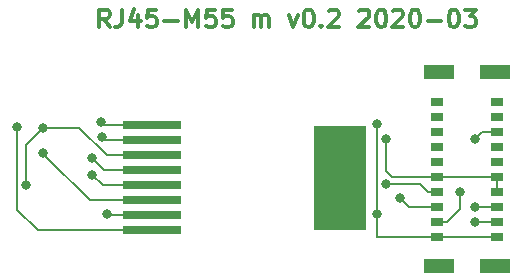
<source format=gbr>
G04 #@! TF.GenerationSoftware,KiCad,Pcbnew,5.1.5*
G04 #@! TF.CreationDate,2020-03-20T00:43:26-04:00*
G04 #@! TF.ProjectId,M55-RJ45,4d35352d-524a-4343-952e-6b696361645f,rev?*
G04 #@! TF.SameCoordinates,Original*
G04 #@! TF.FileFunction,Copper,L1,Top*
G04 #@! TF.FilePolarity,Positive*
%FSLAX46Y46*%
G04 Gerber Fmt 4.6, Leading zero omitted, Abs format (unit mm)*
G04 Created by KiCad (PCBNEW 5.1.5) date 2020-03-20 00:43:26*
%MOMM*%
%LPD*%
G04 APERTURE LIST*
%ADD10C,0.300000*%
%ADD11R,5.000000X0.760000*%
%ADD12R,4.500000X8.800000*%
%ADD13R,1.100000X0.800000*%
%ADD14R,2.500000X1.200000*%
%ADD15C,0.800000*%
%ADD16C,0.127000*%
G04 APERTURE END LIST*
D10*
X39574285Y-116248571D02*
X39074285Y-115534285D01*
X38717142Y-116248571D02*
X38717142Y-114748571D01*
X39288571Y-114748571D01*
X39431428Y-114820000D01*
X39502857Y-114891428D01*
X39574285Y-115034285D01*
X39574285Y-115248571D01*
X39502857Y-115391428D01*
X39431428Y-115462857D01*
X39288571Y-115534285D01*
X38717142Y-115534285D01*
X40645714Y-114748571D02*
X40645714Y-115820000D01*
X40574285Y-116034285D01*
X40431428Y-116177142D01*
X40217142Y-116248571D01*
X40074285Y-116248571D01*
X42002857Y-115248571D02*
X42002857Y-116248571D01*
X41645714Y-114677142D02*
X41288571Y-115748571D01*
X42217142Y-115748571D01*
X43502857Y-114748571D02*
X42788571Y-114748571D01*
X42717142Y-115462857D01*
X42788571Y-115391428D01*
X42931428Y-115320000D01*
X43288571Y-115320000D01*
X43431428Y-115391428D01*
X43502857Y-115462857D01*
X43574285Y-115605714D01*
X43574285Y-115962857D01*
X43502857Y-116105714D01*
X43431428Y-116177142D01*
X43288571Y-116248571D01*
X42931428Y-116248571D01*
X42788571Y-116177142D01*
X42717142Y-116105714D01*
X44217142Y-115677142D02*
X45360000Y-115677142D01*
X46074285Y-116248571D02*
X46074285Y-114748571D01*
X46574285Y-115820000D01*
X47074285Y-114748571D01*
X47074285Y-116248571D01*
X48502857Y-114748571D02*
X47788571Y-114748571D01*
X47717142Y-115462857D01*
X47788571Y-115391428D01*
X47931428Y-115320000D01*
X48288571Y-115320000D01*
X48431428Y-115391428D01*
X48502857Y-115462857D01*
X48574285Y-115605714D01*
X48574285Y-115962857D01*
X48502857Y-116105714D01*
X48431428Y-116177142D01*
X48288571Y-116248571D01*
X47931428Y-116248571D01*
X47788571Y-116177142D01*
X47717142Y-116105714D01*
X49931428Y-114748571D02*
X49217142Y-114748571D01*
X49145714Y-115462857D01*
X49217142Y-115391428D01*
X49360000Y-115320000D01*
X49717142Y-115320000D01*
X49860000Y-115391428D01*
X49931428Y-115462857D01*
X50002857Y-115605714D01*
X50002857Y-115962857D01*
X49931428Y-116105714D01*
X49860000Y-116177142D01*
X49717142Y-116248571D01*
X49360000Y-116248571D01*
X49217142Y-116177142D01*
X49145714Y-116105714D01*
X51788571Y-116248571D02*
X51788571Y-115248571D01*
X51788571Y-115391428D02*
X51860000Y-115320000D01*
X52002857Y-115248571D01*
X52217142Y-115248571D01*
X52360000Y-115320000D01*
X52431428Y-115462857D01*
X52431428Y-116248571D01*
X52431428Y-115462857D02*
X52502857Y-115320000D01*
X52645714Y-115248571D01*
X52860000Y-115248571D01*
X53002857Y-115320000D01*
X53074285Y-115462857D01*
X53074285Y-116248571D01*
X54788571Y-115248571D02*
X55145714Y-116248571D01*
X55502857Y-115248571D01*
X56360000Y-114748571D02*
X56502857Y-114748571D01*
X56645714Y-114820000D01*
X56717142Y-114891428D01*
X56788571Y-115034285D01*
X56860000Y-115320000D01*
X56860000Y-115677142D01*
X56788571Y-115962857D01*
X56717142Y-116105714D01*
X56645714Y-116177142D01*
X56502857Y-116248571D01*
X56360000Y-116248571D01*
X56217142Y-116177142D01*
X56145714Y-116105714D01*
X56074285Y-115962857D01*
X56002857Y-115677142D01*
X56002857Y-115320000D01*
X56074285Y-115034285D01*
X56145714Y-114891428D01*
X56217142Y-114820000D01*
X56360000Y-114748571D01*
X57502857Y-116105714D02*
X57574285Y-116177142D01*
X57502857Y-116248571D01*
X57431428Y-116177142D01*
X57502857Y-116105714D01*
X57502857Y-116248571D01*
X58145714Y-114891428D02*
X58217142Y-114820000D01*
X58360000Y-114748571D01*
X58717142Y-114748571D01*
X58860000Y-114820000D01*
X58931428Y-114891428D01*
X59002857Y-115034285D01*
X59002857Y-115177142D01*
X58931428Y-115391428D01*
X58074285Y-116248571D01*
X59002857Y-116248571D01*
X60717142Y-114891428D02*
X60788571Y-114820000D01*
X60931428Y-114748571D01*
X61288571Y-114748571D01*
X61431428Y-114820000D01*
X61502857Y-114891428D01*
X61574285Y-115034285D01*
X61574285Y-115177142D01*
X61502857Y-115391428D01*
X60645714Y-116248571D01*
X61574285Y-116248571D01*
X62502857Y-114748571D02*
X62645714Y-114748571D01*
X62788571Y-114820000D01*
X62860000Y-114891428D01*
X62931428Y-115034285D01*
X63002857Y-115320000D01*
X63002857Y-115677142D01*
X62931428Y-115962857D01*
X62860000Y-116105714D01*
X62788571Y-116177142D01*
X62645714Y-116248571D01*
X62502857Y-116248571D01*
X62360000Y-116177142D01*
X62288571Y-116105714D01*
X62217142Y-115962857D01*
X62145714Y-115677142D01*
X62145714Y-115320000D01*
X62217142Y-115034285D01*
X62288571Y-114891428D01*
X62360000Y-114820000D01*
X62502857Y-114748571D01*
X63574285Y-114891428D02*
X63645714Y-114820000D01*
X63788571Y-114748571D01*
X64145714Y-114748571D01*
X64288571Y-114820000D01*
X64360000Y-114891428D01*
X64431428Y-115034285D01*
X64431428Y-115177142D01*
X64360000Y-115391428D01*
X63502857Y-116248571D01*
X64431428Y-116248571D01*
X65360000Y-114748571D02*
X65502857Y-114748571D01*
X65645714Y-114820000D01*
X65717142Y-114891428D01*
X65788571Y-115034285D01*
X65860000Y-115320000D01*
X65860000Y-115677142D01*
X65788571Y-115962857D01*
X65717142Y-116105714D01*
X65645714Y-116177142D01*
X65502857Y-116248571D01*
X65360000Y-116248571D01*
X65217142Y-116177142D01*
X65145714Y-116105714D01*
X65074285Y-115962857D01*
X65002857Y-115677142D01*
X65002857Y-115320000D01*
X65074285Y-115034285D01*
X65145714Y-114891428D01*
X65217142Y-114820000D01*
X65360000Y-114748571D01*
X66502857Y-115677142D02*
X67645714Y-115677142D01*
X68645714Y-114748571D02*
X68788571Y-114748571D01*
X68931428Y-114820000D01*
X69002857Y-114891428D01*
X69074285Y-115034285D01*
X69145714Y-115320000D01*
X69145714Y-115677142D01*
X69074285Y-115962857D01*
X69002857Y-116105714D01*
X68931428Y-116177142D01*
X68788571Y-116248571D01*
X68645714Y-116248571D01*
X68502857Y-116177142D01*
X68431428Y-116105714D01*
X68360000Y-115962857D01*
X68288571Y-115677142D01*
X68288571Y-115320000D01*
X68360000Y-115034285D01*
X68431428Y-114891428D01*
X68502857Y-114820000D01*
X68645714Y-114748571D01*
X69645714Y-114748571D02*
X70574285Y-114748571D01*
X70074285Y-115320000D01*
X70288571Y-115320000D01*
X70431428Y-115391428D01*
X70502857Y-115462857D01*
X70574285Y-115605714D01*
X70574285Y-115962857D01*
X70502857Y-116105714D01*
X70431428Y-116177142D01*
X70288571Y-116248571D01*
X69860000Y-116248571D01*
X69717142Y-116177142D01*
X69645714Y-116105714D01*
D11*
X43160000Y-124555000D03*
X43160000Y-125825000D03*
X43160000Y-127095000D03*
X43160000Y-128365000D03*
X43160000Y-129635000D03*
X43160000Y-130905000D03*
X43160000Y-132175000D03*
X43160000Y-133445000D03*
D12*
X59090000Y-129000000D03*
D13*
X67310000Y-133985000D03*
X72390000Y-133985000D03*
X67310000Y-132715000D03*
X72390000Y-132715000D03*
X67310000Y-131445000D03*
X72390000Y-131445000D03*
X67310000Y-130175000D03*
X72390000Y-130175000D03*
X67310000Y-128905000D03*
X72390000Y-128905000D03*
X67310000Y-127635000D03*
X72390000Y-127635000D03*
X67310000Y-126365000D03*
X72390000Y-126365000D03*
X67310000Y-125095000D03*
X72390000Y-125095000D03*
X67310000Y-123825000D03*
X72390000Y-123825000D03*
X67310000Y-122555000D03*
X72390000Y-122555000D03*
D14*
X67475000Y-120060000D03*
X72225000Y-120060000D03*
X67475000Y-136480000D03*
X72225000Y-136480000D03*
D15*
X39370000Y-132054600D03*
X38841680Y-124297440D03*
X38956189Y-125545425D03*
X32537400Y-129578100D03*
X33975949Y-124759711D03*
X38100002Y-127354906D03*
X38099996Y-128734510D03*
X33896300Y-126898400D03*
X31750000Y-124688600D03*
X70485000Y-132715000D03*
X62230000Y-124460000D03*
X62230000Y-132080000D03*
X70485000Y-131445000D03*
X63005000Y-129540000D03*
X64134990Y-130669990D03*
X69215000Y-130175000D03*
X70485000Y-125730000D03*
X63005000Y-125730000D03*
D16*
X43160000Y-132175000D02*
X39490400Y-132175000D01*
X39490400Y-132175000D02*
X39370000Y-132054600D01*
X39099240Y-124555000D02*
X38841680Y-124297440D01*
X43160000Y-124555000D02*
X39099240Y-124555000D01*
X39235764Y-125825000D02*
X38956189Y-125545425D01*
X43160000Y-125825000D02*
X39235764Y-125825000D01*
X32537400Y-126198260D02*
X33975949Y-124759711D01*
X32537400Y-129578100D02*
X32537400Y-126198260D01*
X34541634Y-124759711D02*
X33975949Y-124759711D01*
X37023473Y-124759711D02*
X34541634Y-124759711D01*
X39358762Y-127095000D02*
X37023473Y-124759711D01*
X43160000Y-127095000D02*
X39358762Y-127095000D01*
X43160000Y-128365000D02*
X39110096Y-128365000D01*
X39110096Y-128365000D02*
X38100002Y-127354906D01*
X43160000Y-129635000D02*
X39000486Y-129635000D01*
X39000486Y-129635000D02*
X38099996Y-128734510D01*
X34296299Y-127298399D02*
X33896300Y-126898400D01*
X43160000Y-130905000D02*
X37902900Y-130905000D01*
X37902900Y-130905000D02*
X34296299Y-127298399D01*
X31750000Y-128117600D02*
X31750000Y-124688600D01*
X43160000Y-133445000D02*
X33517398Y-133445000D01*
X31750000Y-131677602D02*
X31750000Y-128117600D01*
X33517398Y-133445000D02*
X31750000Y-131677602D01*
X70485000Y-132715000D02*
X72390000Y-132715000D01*
X62230000Y-133985000D02*
X67310000Y-133985000D01*
X67310000Y-133985000D02*
X72390000Y-133985000D01*
X62230000Y-124460000D02*
X62230000Y-132080000D01*
X62230000Y-132080000D02*
X62230000Y-133985000D01*
X72390000Y-131445000D02*
X70485000Y-131445000D01*
X66510000Y-130175000D02*
X67310000Y-130175000D01*
X65875000Y-129540000D02*
X66510000Y-130175000D01*
X63005000Y-129540000D02*
X65875000Y-129540000D01*
X64910000Y-131445000D02*
X64134990Y-130669990D01*
X67310000Y-131445000D02*
X64910000Y-131445000D01*
X69215000Y-131610000D02*
X69215000Y-130175000D01*
X67310000Y-132715000D02*
X68110000Y-132715000D01*
X68110000Y-132715000D02*
X69215000Y-131610000D01*
X72390000Y-125095000D02*
X71120000Y-125095000D01*
X71120000Y-125095000D02*
X70485000Y-125730000D01*
X67310000Y-128905000D02*
X72390000Y-128905000D01*
X72390000Y-128905000D02*
X72390000Y-130175000D01*
X63500000Y-128905000D02*
X67310000Y-128905000D01*
X63005000Y-125730000D02*
X63005000Y-128410000D01*
X63005000Y-128410000D02*
X63500000Y-128905000D01*
M02*

</source>
